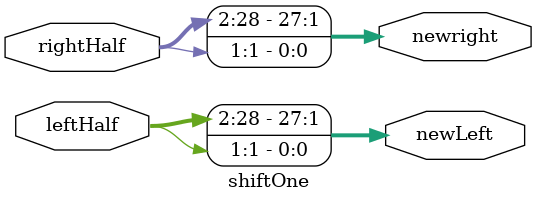
<source format=v>
`timescale 1ns / 1ps

module shiftOne(input [1:28] leftHalf, input[1:28] rightHalf, 
	         output [1:28] newLeft, output [1:28] newright);

assign newLeft[1] = leftHalf[2];
assign newLeft[2] = leftHalf[3];
assign newLeft[3] = leftHalf[4];
assign newLeft[4] = leftHalf[5];
assign newLeft[5] = leftHalf[6];
assign newLeft[6] = leftHalf[7];
assign newLeft[7] = leftHalf[8];
assign newLeft[8] = leftHalf[9];
assign newLeft[9] = leftHalf[10];
assign newLeft[10] = leftHalf[11];
assign newLeft[11] = leftHalf[12];
assign newLeft[12] = leftHalf[13];
assign newLeft[13] = leftHalf[14];
assign newLeft[14] = leftHalf[15];
assign newLeft[15] = leftHalf[16];
assign newLeft[16] = leftHalf[17];
assign newLeft[17] = leftHalf[18];
assign newLeft[18] = leftHalf[19];
assign newLeft[19] = leftHalf[20];
assign newLeft[20] = leftHalf[21];
assign newLeft[21] = leftHalf[22];
assign newLeft[22] = leftHalf[23];
assign newLeft[23] = leftHalf[24];
assign newLeft[24] = leftHalf[25];
assign newLeft[25] = leftHalf[26];
assign newLeft[26] = leftHalf[27];
assign newLeft[27] = leftHalf[28];
assign newLeft[28] = leftHalf[1];

assign newright[1] = rightHalf[2];
assign newright[2] = rightHalf[3];
assign newright[3] = rightHalf[4];
assign newright[4] = rightHalf[5];
assign newright[5] = rightHalf[6];
assign newright[6] = rightHalf[7];
assign newright[7] = rightHalf[8];
assign newright[8] = rightHalf[9];
assign newright[9] = rightHalf[10];
assign newright[10] = rightHalf[11];
assign newright[11] = rightHalf[12];
assign newright[12] = rightHalf[13];
assign newright[13] = rightHalf[14];
assign newright[14] = rightHalf[15];
assign newright[15] = rightHalf[16];
assign newright[16] = rightHalf[17];
assign newright[17] = rightHalf[18];
assign newright[18] = rightHalf[19];
assign newright[19] = rightHalf[20];
assign newright[20] = rightHalf[21];
assign newright[21] = rightHalf[22];
assign newright[22] = rightHalf[23];
assign newright[23] = rightHalf[24];
assign newright[24] = rightHalf[25];
assign newright[25] = rightHalf[26];
assign newright[26] = rightHalf[27];
assign newright[27] = rightHalf[28];
assign newright[28] = rightHalf[1];



endmodule

</source>
